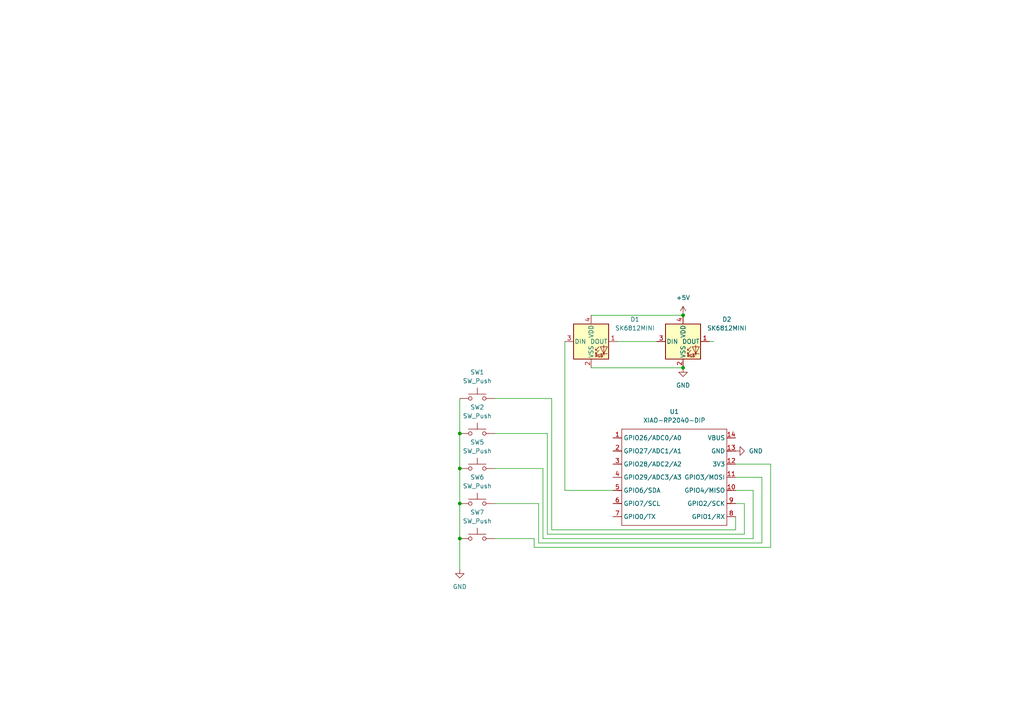
<source format=kicad_sch>
(kicad_sch
	(version 20250114)
	(generator "eeschema")
	(generator_version "9.0")
	(uuid "9fb1fc71-03cd-476e-bd5e-2a1a159ca6b6")
	(paper "A4")
	(lib_symbols
		(symbol "LED:SK6812MINI"
			(pin_names
				(offset 0.254)
			)
			(exclude_from_sim no)
			(in_bom yes)
			(on_board yes)
			(property "Reference" "D"
				(at 5.08 5.715 0)
				(effects
					(font
						(size 1.27 1.27)
					)
					(justify right bottom)
				)
			)
			(property "Value" "SK6812MINI"
				(at 1.27 -5.715 0)
				(effects
					(font
						(size 1.27 1.27)
					)
					(justify left top)
				)
			)
			(property "Footprint" "LED_SMD:LED_SK6812MINI_PLCC4_3.5x3.5mm_P1.75mm"
				(at 1.27 -7.62 0)
				(effects
					(font
						(size 1.27 1.27)
					)
					(justify left top)
					(hide yes)
				)
			)
			(property "Datasheet" "https://cdn-shop.adafruit.com/product-files/2686/SK6812MINI_REV.01-1-2.pdf"
				(at 2.54 -9.525 0)
				(effects
					(font
						(size 1.27 1.27)
					)
					(justify left top)
					(hide yes)
				)
			)
			(property "Description" "RGB LED with integrated controller"
				(at 0 0 0)
				(effects
					(font
						(size 1.27 1.27)
					)
					(hide yes)
				)
			)
			(property "ki_keywords" "RGB LED NeoPixel Mini addressable"
				(at 0 0 0)
				(effects
					(font
						(size 1.27 1.27)
					)
					(hide yes)
				)
			)
			(property "ki_fp_filters" "LED*SK6812MINI*PLCC*3.5x3.5mm*P1.75mm*"
				(at 0 0 0)
				(effects
					(font
						(size 1.27 1.27)
					)
					(hide yes)
				)
			)
			(symbol "SK6812MINI_0_0"
				(text "RGB"
					(at 2.286 -4.191 0)
					(effects
						(font
							(size 0.762 0.762)
						)
					)
				)
			)
			(symbol "SK6812MINI_0_1"
				(polyline
					(pts
						(xy 1.27 -2.54) (xy 1.778 -2.54)
					)
					(stroke
						(width 0)
						(type default)
					)
					(fill
						(type none)
					)
				)
				(polyline
					(pts
						(xy 1.27 -3.556) (xy 1.778 -3.556)
					)
					(stroke
						(width 0)
						(type default)
					)
					(fill
						(type none)
					)
				)
				(polyline
					(pts
						(xy 2.286 -1.524) (xy 1.27 -2.54) (xy 1.27 -2.032)
					)
					(stroke
						(width 0)
						(type default)
					)
					(fill
						(type none)
					)
				)
				(polyline
					(pts
						(xy 2.286 -2.54) (xy 1.27 -3.556) (xy 1.27 -3.048)
					)
					(stroke
						(width 0)
						(type default)
					)
					(fill
						(type none)
					)
				)
				(polyline
					(pts
						(xy 3.683 -1.016) (xy 3.683 -3.556) (xy 3.683 -4.064)
					)
					(stroke
						(width 0)
						(type default)
					)
					(fill
						(type none)
					)
				)
				(polyline
					(pts
						(xy 4.699 -1.524) (xy 2.667 -1.524) (xy 3.683 -3.556) (xy 4.699 -1.524)
					)
					(stroke
						(width 0)
						(type default)
					)
					(fill
						(type none)
					)
				)
				(polyline
					(pts
						(xy 4.699 -3.556) (xy 2.667 -3.556)
					)
					(stroke
						(width 0)
						(type default)
					)
					(fill
						(type none)
					)
				)
				(rectangle
					(start 5.08 5.08)
					(end -5.08 -5.08)
					(stroke
						(width 0.254)
						(type default)
					)
					(fill
						(type background)
					)
				)
			)
			(symbol "SK6812MINI_1_1"
				(pin input line
					(at -7.62 0 0)
					(length 2.54)
					(name "DIN"
						(effects
							(font
								(size 1.27 1.27)
							)
						)
					)
					(number "3"
						(effects
							(font
								(size 1.27 1.27)
							)
						)
					)
				)
				(pin power_in line
					(at 0 7.62 270)
					(length 2.54)
					(name "VDD"
						(effects
							(font
								(size 1.27 1.27)
							)
						)
					)
					(number "4"
						(effects
							(font
								(size 1.27 1.27)
							)
						)
					)
				)
				(pin power_in line
					(at 0 -7.62 90)
					(length 2.54)
					(name "VSS"
						(effects
							(font
								(size 1.27 1.27)
							)
						)
					)
					(number "2"
						(effects
							(font
								(size 1.27 1.27)
							)
						)
					)
				)
				(pin output line
					(at 7.62 0 180)
					(length 2.54)
					(name "DOUT"
						(effects
							(font
								(size 1.27 1.27)
							)
						)
					)
					(number "1"
						(effects
							(font
								(size 1.27 1.27)
							)
						)
					)
				)
			)
			(embedded_fonts no)
		)
		(symbol "MPD:XIAO-RP2040-DIP"
			(exclude_from_sim no)
			(in_bom yes)
			(on_board yes)
			(property "Reference" "U"
				(at 0 0 0)
				(effects
					(font
						(size 1.27 1.27)
					)
				)
			)
			(property "Value" "XIAO-RP2040-DIP"
				(at 5.334 -1.778 0)
				(effects
					(font
						(size 1.27 1.27)
					)
				)
			)
			(property "Footprint" "Module:MOUDLE14P-XIAO-DIP-SMD"
				(at 14.478 -32.258 0)
				(effects
					(font
						(size 1.27 1.27)
					)
					(hide yes)
				)
			)
			(property "Datasheet" ""
				(at 0 0 0)
				(effects
					(font
						(size 1.27 1.27)
					)
					(hide yes)
				)
			)
			(property "Description" ""
				(at 0 0 0)
				(effects
					(font
						(size 1.27 1.27)
					)
					(hide yes)
				)
			)
			(symbol "XIAO-RP2040-DIP_1_0"
				(polyline
					(pts
						(xy -1.27 -2.54) (xy 29.21 -2.54)
					)
					(stroke
						(width 0.1524)
						(type solid)
					)
					(fill
						(type none)
					)
				)
				(polyline
					(pts
						(xy -1.27 -5.08) (xy -2.54 -5.08)
					)
					(stroke
						(width 0.1524)
						(type solid)
					)
					(fill
						(type none)
					)
				)
				(polyline
					(pts
						(xy -1.27 -5.08) (xy -1.27 -2.54)
					)
					(stroke
						(width 0.1524)
						(type solid)
					)
					(fill
						(type none)
					)
				)
				(polyline
					(pts
						(xy -1.27 -8.89) (xy -2.54 -8.89)
					)
					(stroke
						(width 0.1524)
						(type solid)
					)
					(fill
						(type none)
					)
				)
				(polyline
					(pts
						(xy -1.27 -8.89) (xy -1.27 -5.08)
					)
					(stroke
						(width 0.1524)
						(type solid)
					)
					(fill
						(type none)
					)
				)
				(polyline
					(pts
						(xy -1.27 -12.7) (xy -2.54 -12.7)
					)
					(stroke
						(width 0.1524)
						(type solid)
					)
					(fill
						(type none)
					)
				)
				(polyline
					(pts
						(xy -1.27 -12.7) (xy -1.27 -8.89)
					)
					(stroke
						(width 0.1524)
						(type solid)
					)
					(fill
						(type none)
					)
				)
				(polyline
					(pts
						(xy -1.27 -16.51) (xy -2.54 -16.51)
					)
					(stroke
						(width 0.1524)
						(type solid)
					)
					(fill
						(type none)
					)
				)
				(polyline
					(pts
						(xy -1.27 -16.51) (xy -1.27 -12.7)
					)
					(stroke
						(width 0.1524)
						(type solid)
					)
					(fill
						(type none)
					)
				)
				(polyline
					(pts
						(xy -1.27 -20.32) (xy -2.54 -20.32)
					)
					(stroke
						(width 0.1524)
						(type solid)
					)
					(fill
						(type none)
					)
				)
				(polyline
					(pts
						(xy -1.27 -24.13) (xy -2.54 -24.13)
					)
					(stroke
						(width 0.1524)
						(type solid)
					)
					(fill
						(type none)
					)
				)
				(polyline
					(pts
						(xy -1.27 -27.94) (xy -2.54 -27.94)
					)
					(stroke
						(width 0.1524)
						(type solid)
					)
					(fill
						(type none)
					)
				)
				(polyline
					(pts
						(xy -1.27 -30.48) (xy -1.27 -16.51)
					)
					(stroke
						(width 0.1524)
						(type solid)
					)
					(fill
						(type none)
					)
				)
				(polyline
					(pts
						(xy 29.21 -2.54) (xy 29.21 -5.08)
					)
					(stroke
						(width 0.1524)
						(type solid)
					)
					(fill
						(type none)
					)
				)
				(polyline
					(pts
						(xy 29.21 -5.08) (xy 29.21 -8.89)
					)
					(stroke
						(width 0.1524)
						(type solid)
					)
					(fill
						(type none)
					)
				)
				(polyline
					(pts
						(xy 29.21 -8.89) (xy 29.21 -12.7)
					)
					(stroke
						(width 0.1524)
						(type solid)
					)
					(fill
						(type none)
					)
				)
				(polyline
					(pts
						(xy 29.21 -12.7) (xy 29.21 -30.48)
					)
					(stroke
						(width 0.1524)
						(type solid)
					)
					(fill
						(type none)
					)
				)
				(polyline
					(pts
						(xy 29.21 -30.48) (xy -1.27 -30.48)
					)
					(stroke
						(width 0.1524)
						(type solid)
					)
					(fill
						(type none)
					)
				)
				(polyline
					(pts
						(xy 30.48 -5.08) (xy 29.21 -5.08)
					)
					(stroke
						(width 0.1524)
						(type solid)
					)
					(fill
						(type none)
					)
				)
				(polyline
					(pts
						(xy 30.48 -8.89) (xy 29.21 -8.89)
					)
					(stroke
						(width 0.1524)
						(type solid)
					)
					(fill
						(type none)
					)
				)
				(polyline
					(pts
						(xy 30.48 -12.7) (xy 29.21 -12.7)
					)
					(stroke
						(width 0.1524)
						(type solid)
					)
					(fill
						(type none)
					)
				)
				(polyline
					(pts
						(xy 30.48 -16.51) (xy 29.21 -16.51)
					)
					(stroke
						(width 0.1524)
						(type solid)
					)
					(fill
						(type none)
					)
				)
				(polyline
					(pts
						(xy 30.48 -20.32) (xy 29.21 -20.32)
					)
					(stroke
						(width 0.1524)
						(type solid)
					)
					(fill
						(type none)
					)
				)
				(polyline
					(pts
						(xy 30.48 -24.13) (xy 29.21 -24.13)
					)
					(stroke
						(width 0.1524)
						(type solid)
					)
					(fill
						(type none)
					)
				)
				(polyline
					(pts
						(xy 30.48 -27.94) (xy 29.21 -27.94)
					)
					(stroke
						(width 0.1524)
						(type solid)
					)
					(fill
						(type none)
					)
				)
				(pin passive line
					(at -3.81 -5.08 0)
					(length 2.54)
					(name "GPIO26/ADC0/A0"
						(effects
							(font
								(size 1.27 1.27)
							)
						)
					)
					(number "1"
						(effects
							(font
								(size 1.27 1.27)
							)
						)
					)
				)
				(pin passive line
					(at -3.81 -8.89 0)
					(length 2.54)
					(name "GPIO27/ADC1/A1"
						(effects
							(font
								(size 1.27 1.27)
							)
						)
					)
					(number "2"
						(effects
							(font
								(size 1.27 1.27)
							)
						)
					)
				)
				(pin passive line
					(at -3.81 -12.7 0)
					(length 2.54)
					(name "GPIO28/ADC2/A2"
						(effects
							(font
								(size 1.27 1.27)
							)
						)
					)
					(number "3"
						(effects
							(font
								(size 1.27 1.27)
							)
						)
					)
				)
				(pin passive line
					(at -3.81 -16.51 0)
					(length 2.54)
					(name "GPIO29/ADC3/A3"
						(effects
							(font
								(size 1.27 1.27)
							)
						)
					)
					(number "4"
						(effects
							(font
								(size 1.27 1.27)
							)
						)
					)
				)
				(pin passive line
					(at -3.81 -20.32 0)
					(length 2.54)
					(name "GPIO6/SDA"
						(effects
							(font
								(size 1.27 1.27)
							)
						)
					)
					(number "5"
						(effects
							(font
								(size 1.27 1.27)
							)
						)
					)
				)
				(pin passive line
					(at -3.81 -24.13 0)
					(length 2.54)
					(name "GPIO7/SCL"
						(effects
							(font
								(size 1.27 1.27)
							)
						)
					)
					(number "6"
						(effects
							(font
								(size 1.27 1.27)
							)
						)
					)
				)
				(pin passive line
					(at -3.81 -27.94 0)
					(length 2.54)
					(name "GPIO0/TX"
						(effects
							(font
								(size 1.27 1.27)
							)
						)
					)
					(number "7"
						(effects
							(font
								(size 1.27 1.27)
							)
						)
					)
				)
				(pin passive line
					(at 31.75 -5.08 180)
					(length 2.54)
					(name "VBUS"
						(effects
							(font
								(size 1.27 1.27)
							)
						)
					)
					(number "14"
						(effects
							(font
								(size 1.27 1.27)
							)
						)
					)
				)
				(pin passive line
					(at 31.75 -8.89 180)
					(length 2.54)
					(name "GND"
						(effects
							(font
								(size 1.27 1.27)
							)
						)
					)
					(number "13"
						(effects
							(font
								(size 1.27 1.27)
							)
						)
					)
				)
				(pin passive line
					(at 31.75 -12.7 180)
					(length 2.54)
					(name "3V3"
						(effects
							(font
								(size 1.27 1.27)
							)
						)
					)
					(number "12"
						(effects
							(font
								(size 1.27 1.27)
							)
						)
					)
				)
				(pin passive line
					(at 31.75 -16.51 180)
					(length 2.54)
					(name "GPIO3/MOSI"
						(effects
							(font
								(size 1.27 1.27)
							)
						)
					)
					(number "11"
						(effects
							(font
								(size 1.27 1.27)
							)
						)
					)
				)
				(pin passive line
					(at 31.75 -20.32 180)
					(length 2.54)
					(name "GPIO4/MISO"
						(effects
							(font
								(size 1.27 1.27)
							)
						)
					)
					(number "10"
						(effects
							(font
								(size 1.27 1.27)
							)
						)
					)
				)
				(pin passive line
					(at 31.75 -24.13 180)
					(length 2.54)
					(name "GPIO2/SCK"
						(effects
							(font
								(size 1.27 1.27)
							)
						)
					)
					(number "9"
						(effects
							(font
								(size 1.27 1.27)
							)
						)
					)
				)
				(pin passive line
					(at 31.75 -27.94 180)
					(length 2.54)
					(name "GPIO1/RX"
						(effects
							(font
								(size 1.27 1.27)
							)
						)
					)
					(number "8"
						(effects
							(font
								(size 1.27 1.27)
							)
						)
					)
				)
			)
			(embedded_fonts no)
		)
		(symbol "Switch:SW_Push"
			(pin_numbers
				(hide yes)
			)
			(pin_names
				(offset 1.016)
				(hide yes)
			)
			(exclude_from_sim no)
			(in_bom yes)
			(on_board yes)
			(property "Reference" "SW"
				(at 1.27 2.54 0)
				(effects
					(font
						(size 1.27 1.27)
					)
					(justify left)
				)
			)
			(property "Value" "SW_Push"
				(at 0 -1.524 0)
				(effects
					(font
						(size 1.27 1.27)
					)
				)
			)
			(property "Footprint" ""
				(at 0 5.08 0)
				(effects
					(font
						(size 1.27 1.27)
					)
					(hide yes)
				)
			)
			(property "Datasheet" "~"
				(at 0 5.08 0)
				(effects
					(font
						(size 1.27 1.27)
					)
					(hide yes)
				)
			)
			(property "Description" "Push button switch, generic, two pins"
				(at 0 0 0)
				(effects
					(font
						(size 1.27 1.27)
					)
					(hide yes)
				)
			)
			(property "ki_keywords" "switch normally-open pushbutton push-button"
				(at 0 0 0)
				(effects
					(font
						(size 1.27 1.27)
					)
					(hide yes)
				)
			)
			(symbol "SW_Push_0_1"
				(circle
					(center -2.032 0)
					(radius 0.508)
					(stroke
						(width 0)
						(type default)
					)
					(fill
						(type none)
					)
				)
				(polyline
					(pts
						(xy 0 1.27) (xy 0 3.048)
					)
					(stroke
						(width 0)
						(type default)
					)
					(fill
						(type none)
					)
				)
				(circle
					(center 2.032 0)
					(radius 0.508)
					(stroke
						(width 0)
						(type default)
					)
					(fill
						(type none)
					)
				)
				(polyline
					(pts
						(xy 2.54 1.27) (xy -2.54 1.27)
					)
					(stroke
						(width 0)
						(type default)
					)
					(fill
						(type none)
					)
				)
				(pin passive line
					(at -5.08 0 0)
					(length 2.54)
					(name "1"
						(effects
							(font
								(size 1.27 1.27)
							)
						)
					)
					(number "1"
						(effects
							(font
								(size 1.27 1.27)
							)
						)
					)
				)
				(pin passive line
					(at 5.08 0 180)
					(length 2.54)
					(name "2"
						(effects
							(font
								(size 1.27 1.27)
							)
						)
					)
					(number "2"
						(effects
							(font
								(size 1.27 1.27)
							)
						)
					)
				)
			)
			(embedded_fonts no)
		)
		(symbol "power:+5V"
			(power)
			(pin_numbers
				(hide yes)
			)
			(pin_names
				(offset 0)
				(hide yes)
			)
			(exclude_from_sim no)
			(in_bom yes)
			(on_board yes)
			(property "Reference" "#PWR"
				(at 0 -3.81 0)
				(effects
					(font
						(size 1.27 1.27)
					)
					(hide yes)
				)
			)
			(property "Value" "+5V"
				(at 0 3.556 0)
				(effects
					(font
						(size 1.27 1.27)
					)
				)
			)
			(property "Footprint" ""
				(at 0 0 0)
				(effects
					(font
						(size 1.27 1.27)
					)
					(hide yes)
				)
			)
			(property "Datasheet" ""
				(at 0 0 0)
				(effects
					(font
						(size 1.27 1.27)
					)
					(hide yes)
				)
			)
			(property "Description" "Power symbol creates a global label with name \"+5V\""
				(at 0 0 0)
				(effects
					(font
						(size 1.27 1.27)
					)
					(hide yes)
				)
			)
			(property "ki_keywords" "global power"
				(at 0 0 0)
				(effects
					(font
						(size 1.27 1.27)
					)
					(hide yes)
				)
			)
			(symbol "+5V_0_1"
				(polyline
					(pts
						(xy -0.762 1.27) (xy 0 2.54)
					)
					(stroke
						(width 0)
						(type default)
					)
					(fill
						(type none)
					)
				)
				(polyline
					(pts
						(xy 0 2.54) (xy 0.762 1.27)
					)
					(stroke
						(width 0)
						(type default)
					)
					(fill
						(type none)
					)
				)
				(polyline
					(pts
						(xy 0 0) (xy 0 2.54)
					)
					(stroke
						(width 0)
						(type default)
					)
					(fill
						(type none)
					)
				)
			)
			(symbol "+5V_1_1"
				(pin power_in line
					(at 0 0 90)
					(length 0)
					(name "~"
						(effects
							(font
								(size 1.27 1.27)
							)
						)
					)
					(number "1"
						(effects
							(font
								(size 1.27 1.27)
							)
						)
					)
				)
			)
			(embedded_fonts no)
		)
		(symbol "power:GND"
			(power)
			(pin_numbers
				(hide yes)
			)
			(pin_names
				(offset 0)
				(hide yes)
			)
			(exclude_from_sim no)
			(in_bom yes)
			(on_board yes)
			(property "Reference" "#PWR"
				(at 0 -6.35 0)
				(effects
					(font
						(size 1.27 1.27)
					)
					(hide yes)
				)
			)
			(property "Value" "GND"
				(at 0 -3.81 0)
				(effects
					(font
						(size 1.27 1.27)
					)
				)
			)
			(property "Footprint" ""
				(at 0 0 0)
				(effects
					(font
						(size 1.27 1.27)
					)
					(hide yes)
				)
			)
			(property "Datasheet" ""
				(at 0 0 0)
				(effects
					(font
						(size 1.27 1.27)
					)
					(hide yes)
				)
			)
			(property "Description" "Power symbol creates a global label with name \"GND\" , ground"
				(at 0 0 0)
				(effects
					(font
						(size 1.27 1.27)
					)
					(hide yes)
				)
			)
			(property "ki_keywords" "global power"
				(at 0 0 0)
				(effects
					(font
						(size 1.27 1.27)
					)
					(hide yes)
				)
			)
			(symbol "GND_0_1"
				(polyline
					(pts
						(xy 0 0) (xy 0 -1.27) (xy 1.27 -1.27) (xy 0 -2.54) (xy -1.27 -1.27) (xy 0 -1.27)
					)
					(stroke
						(width 0)
						(type default)
					)
					(fill
						(type none)
					)
				)
			)
			(symbol "GND_1_1"
				(pin power_in line
					(at 0 0 270)
					(length 0)
					(name "~"
						(effects
							(font
								(size 1.27 1.27)
							)
						)
					)
					(number "1"
						(effects
							(font
								(size 1.27 1.27)
							)
						)
					)
				)
			)
			(embedded_fonts no)
		)
	)
	(junction
		(at 133.35 125.73)
		(diameter 0)
		(color 0 0 0 0)
		(uuid "168c6c44-98a0-4e7a-abd0-7a38e1191157")
	)
	(junction
		(at 198.12 91.44)
		(diameter 0)
		(color 0 0 0 0)
		(uuid "36190037-6ca3-40e1-bcaa-e0393defd0ea")
	)
	(junction
		(at 198.12 106.68)
		(diameter 0)
		(color 0 0 0 0)
		(uuid "65adbed9-318f-4a1e-948b-bec7fbf41f5d")
	)
	(junction
		(at 133.35 156.21)
		(diameter 0)
		(color 0 0 0 0)
		(uuid "7a192018-6846-4095-81ab-66fe6cadae5d")
	)
	(junction
		(at 133.35 146.05)
		(diameter 0)
		(color 0 0 0 0)
		(uuid "7c166eda-44ed-417b-b1ff-d16bbe83f7d1")
	)
	(junction
		(at 133.35 135.89)
		(diameter 0)
		(color 0 0 0 0)
		(uuid "c68a3513-5edc-4201-87a6-26bf3815ab36")
	)
	(wire
		(pts
			(xy 133.35 115.57) (xy 133.35 125.73)
		)
		(stroke
			(width 0)
			(type default)
		)
		(uuid "09686a45-17eb-456a-b8ca-73dbfbfd1caf")
	)
	(wire
		(pts
			(xy 133.35 146.05) (xy 133.35 156.21)
		)
		(stroke
			(width 0)
			(type default)
		)
		(uuid "0bfd79e9-f579-436b-bdd3-339b4d25d52a")
	)
	(wire
		(pts
			(xy 171.45 91.44) (xy 198.12 91.44)
		)
		(stroke
			(width 0)
			(type default)
		)
		(uuid "118a2def-3575-4719-9f10-28ddc0984eba")
	)
	(wire
		(pts
			(xy 223.52 134.62) (xy 223.52 158.75)
		)
		(stroke
			(width 0)
			(type default)
		)
		(uuid "163a89b5-28fe-46d4-a8cb-5fc621ba5a5f")
	)
	(wire
		(pts
			(xy 223.52 158.75) (xy 154.94 158.75)
		)
		(stroke
			(width 0)
			(type default)
		)
		(uuid "284e781f-ae1d-4cff-ae7a-acded6d9b729")
	)
	(wire
		(pts
			(xy 171.45 106.68) (xy 198.12 106.68)
		)
		(stroke
			(width 0)
			(type default)
		)
		(uuid "30943242-532d-4394-8ccf-8c767f735c39")
	)
	(wire
		(pts
			(xy 215.9 146.05) (xy 215.9 154.94)
		)
		(stroke
			(width 0)
			(type default)
		)
		(uuid "38e84f14-cfee-4d6a-816a-2f2a4d8323ab")
	)
	(wire
		(pts
			(xy 220.98 157.48) (xy 156.21 157.48)
		)
		(stroke
			(width 0)
			(type default)
		)
		(uuid "43b0030c-200d-4dc2-8b79-5775adb2cb9f")
	)
	(wire
		(pts
			(xy 160.02 153.67) (xy 160.02 115.57)
		)
		(stroke
			(width 0)
			(type default)
		)
		(uuid "44253b3e-0de1-4e70-9cb5-25cc27c20290")
	)
	(wire
		(pts
			(xy 157.48 156.21) (xy 157.48 135.89)
		)
		(stroke
			(width 0)
			(type default)
		)
		(uuid "4e974546-bcaa-4ce6-9f33-d228300a5595")
	)
	(wire
		(pts
			(xy 157.48 135.89) (xy 143.51 135.89)
		)
		(stroke
			(width 0)
			(type default)
		)
		(uuid "5e55e4cb-8b48-4c5f-8d08-37879d648831")
	)
	(wire
		(pts
			(xy 213.36 138.43) (xy 220.98 138.43)
		)
		(stroke
			(width 0)
			(type default)
		)
		(uuid "5fe24ce2-5d2a-487c-b558-2ddf7e5f95e5")
	)
	(wire
		(pts
			(xy 163.83 99.06) (xy 163.83 142.24)
		)
		(stroke
			(width 0)
			(type default)
		)
		(uuid "608963d4-cd04-4b2d-98ec-0dd4a99a095e")
	)
	(wire
		(pts
			(xy 156.21 146.05) (xy 143.51 146.05)
		)
		(stroke
			(width 0)
			(type default)
		)
		(uuid "60fc533e-4cef-4741-90f5-096255ca0e4e")
	)
	(wire
		(pts
			(xy 213.36 134.62) (xy 223.52 134.62)
		)
		(stroke
			(width 0)
			(type default)
		)
		(uuid "6208f949-a02f-4f62-a5fd-42bac45b296e")
	)
	(wire
		(pts
			(xy 215.9 154.94) (xy 158.75 154.94)
		)
		(stroke
			(width 0)
			(type default)
		)
		(uuid "665d0909-e345-4d69-9e31-f5d69e16941d")
	)
	(wire
		(pts
			(xy 213.36 146.05) (xy 215.9 146.05)
		)
		(stroke
			(width 0)
			(type default)
		)
		(uuid "809e912f-5a0e-4e13-ac59-8d67ee797ee1")
	)
	(wire
		(pts
			(xy 156.21 157.48) (xy 156.21 146.05)
		)
		(stroke
			(width 0)
			(type default)
		)
		(uuid "85a8916d-fb7c-41a7-b25b-e073e2e52d84")
	)
	(wire
		(pts
			(xy 213.36 153.67) (xy 160.02 153.67)
		)
		(stroke
			(width 0)
			(type default)
		)
		(uuid "95bdb7d8-4e8f-4e52-b691-bd520ec5c823")
	)
	(wire
		(pts
			(xy 220.98 138.43) (xy 220.98 157.48)
		)
		(stroke
			(width 0)
			(type default)
		)
		(uuid "991c5f17-8d1e-4b6c-b78d-716abe366043")
	)
	(wire
		(pts
			(xy 213.36 149.86) (xy 213.36 153.67)
		)
		(stroke
			(width 0)
			(type default)
		)
		(uuid "9afb28c2-78cd-4f98-8c24-020c51ceada8")
	)
	(wire
		(pts
			(xy 160.02 115.57) (xy 143.51 115.57)
		)
		(stroke
			(width 0)
			(type default)
		)
		(uuid "a6052b94-403c-40d4-98c4-f982c3e1b2a9")
	)
	(wire
		(pts
			(xy 218.44 142.24) (xy 218.44 156.21)
		)
		(stroke
			(width 0)
			(type default)
		)
		(uuid "b68007c9-06aa-4dc7-a5fb-1fd61d2b7d70")
	)
	(wire
		(pts
			(xy 205.74 99.06) (xy 207.01 99.06)
		)
		(stroke
			(width 0)
			(type default)
		)
		(uuid "bd3c79c7-790f-49a2-b83b-02b1f11fd19e")
	)
	(wire
		(pts
			(xy 154.94 158.75) (xy 154.94 156.21)
		)
		(stroke
			(width 0)
			(type default)
		)
		(uuid "c03ca3d7-0d20-46c6-adae-f87e04bc835a")
	)
	(wire
		(pts
			(xy 133.35 135.89) (xy 133.35 146.05)
		)
		(stroke
			(width 0)
			(type default)
		)
		(uuid "caa368c4-1d76-41ee-8b0d-b2ef6d6a71bd")
	)
	(wire
		(pts
			(xy 218.44 156.21) (xy 157.48 156.21)
		)
		(stroke
			(width 0)
			(type default)
		)
		(uuid "ce79b6ab-3c7e-4839-b0ca-daf9f4a0896b")
	)
	(wire
		(pts
			(xy 154.94 156.21) (xy 143.51 156.21)
		)
		(stroke
			(width 0)
			(type default)
		)
		(uuid "cef92175-875d-4902-9bcd-5be5319bebb4")
	)
	(wire
		(pts
			(xy 163.83 142.24) (xy 177.8 142.24)
		)
		(stroke
			(width 0)
			(type default)
		)
		(uuid "dbc67f82-71e2-47e7-aeb9-d56098e9d2a7")
	)
	(wire
		(pts
			(xy 158.75 125.73) (xy 143.51 125.73)
		)
		(stroke
			(width 0)
			(type default)
		)
		(uuid "dc379206-fe3f-4dd5-a68c-73b8ee26d5af")
	)
	(wire
		(pts
			(xy 133.35 125.73) (xy 133.35 135.89)
		)
		(stroke
			(width 0)
			(type default)
		)
		(uuid "e591f983-be2c-4937-ad19-f5696519f29c")
	)
	(wire
		(pts
			(xy 133.35 156.21) (xy 133.35 165.1)
		)
		(stroke
			(width 0)
			(type default)
		)
		(uuid "ee10f383-22da-40ea-99ad-1266e2ed1514")
	)
	(wire
		(pts
			(xy 158.75 154.94) (xy 158.75 125.73)
		)
		(stroke
			(width 0)
			(type default)
		)
		(uuid "f14b6019-468d-4697-a0bb-0f4338b1f539")
	)
	(wire
		(pts
			(xy 213.36 142.24) (xy 218.44 142.24)
		)
		(stroke
			(width 0)
			(type default)
		)
		(uuid "f44458b2-88ba-4153-acd1-4eeb7f6cf65f")
	)
	(wire
		(pts
			(xy 179.07 99.06) (xy 190.5 99.06)
		)
		(stroke
			(width 0)
			(type default)
		)
		(uuid "fb28a259-98f3-40b9-9443-ac24ed3775f9")
	)
	(symbol
		(lib_id "Switch:SW_Push")
		(at 138.43 146.05 0)
		(unit 1)
		(exclude_from_sim no)
		(in_bom yes)
		(on_board yes)
		(dnp no)
		(fields_autoplaced yes)
		(uuid "16df79b2-1886-4952-a8c9-effd2bfe0cf7")
		(property "Reference" "SW6"
			(at 138.43 138.43 0)
			(effects
				(font
					(size 1.27 1.27)
				)
			)
		)
		(property "Value" "SW_Push"
			(at 138.43 140.97 0)
			(effects
				(font
					(size 1.27 1.27)
				)
			)
		)
		(property "Footprint" "Button_Switch_Keyboard:SW_Cherry_MX_1.00u_PCB"
			(at 138.43 140.97 0)
			(effects
				(font
					(size 1.27 1.27)
				)
				(hide yes)
			)
		)
		(property "Datasheet" "~"
			(at 138.43 140.97 0)
			(effects
				(font
					(size 1.27 1.27)
				)
				(hide yes)
			)
		)
		(property "Description" "Push button switch, generic, two pins"
			(at 138.43 146.05 0)
			(effects
				(font
					(size 1.27 1.27)
				)
				(hide yes)
			)
		)
		(pin "1"
			(uuid "a3b960dd-d492-4303-800c-e46cb5a4dac4")
		)
		(pin "2"
			(uuid "aba3d3d8-6be0-449c-8de4-641bb123ca48")
		)
		(instances
			(project ""
				(path "/9fb1fc71-03cd-476e-bd5e-2a1a159ca6b6"
					(reference "SW6")
					(unit 1)
				)
			)
		)
	)
	(symbol
		(lib_id "LED:SK6812MINI")
		(at 198.12 99.06 0)
		(unit 1)
		(exclude_from_sim no)
		(in_bom yes)
		(on_board yes)
		(dnp no)
		(fields_autoplaced yes)
		(uuid "3245aaf0-7ce7-457f-8f23-162d18465113")
		(property "Reference" "D2"
			(at 210.82 92.6398 0)
			(effects
				(font
					(size 1.27 1.27)
				)
			)
		)
		(property "Value" "SK6812MINI"
			(at 210.82 95.1798 0)
			(effects
				(font
					(size 1.27 1.27)
				)
			)
		)
		(property "Footprint" "LED_SMD:LED_SK6812MINI_PLCC4_3.5x3.5mm_P1.75mm"
			(at 199.39 106.68 0)
			(effects
				(font
					(size 1.27 1.27)
				)
				(justify left top)
				(hide yes)
			)
		)
		(property "Datasheet" "https://cdn-shop.adafruit.com/product-files/2686/SK6812MINI_REV.01-1-2.pdf"
			(at 200.66 108.585 0)
			(effects
				(font
					(size 1.27 1.27)
				)
				(justify left top)
				(hide yes)
			)
		)
		(property "Description" "RGB LED with integrated controller"
			(at 198.12 99.06 0)
			(effects
				(font
					(size 1.27 1.27)
				)
				(hide yes)
			)
		)
		(pin "3"
			(uuid "976d660b-caf9-49a1-8840-0d3e23888c3c")
		)
		(pin "4"
			(uuid "0bab8853-9902-4d67-a276-0daa8aff8df3")
		)
		(pin "2"
			(uuid "8bddb0bf-74a0-4025-9516-8ddcd9204a6b")
		)
		(pin "1"
			(uuid "77f077a8-35c2-44a8-b0b2-01ec9c3f4f8c")
		)
		(instances
			(project ""
				(path "/9fb1fc71-03cd-476e-bd5e-2a1a159ca6b6"
					(reference "D2")
					(unit 1)
				)
			)
		)
	)
	(symbol
		(lib_id "Switch:SW_Push")
		(at 138.43 115.57 0)
		(mirror y)
		(unit 1)
		(exclude_from_sim no)
		(in_bom yes)
		(on_board yes)
		(dnp no)
		(uuid "54427261-7d43-45fd-a952-1379b9b04e23")
		(property "Reference" "SW1"
			(at 138.43 107.95 0)
			(effects
				(font
					(size 1.27 1.27)
				)
			)
		)
		(property "Value" "SW_Push"
			(at 138.43 110.49 0)
			(effects
				(font
					(size 1.27 1.27)
				)
			)
		)
		(property "Footprint" "Button_Switch_Keyboard:SW_Cherry_MX_1.00u_PCB"
			(at 138.43 110.49 0)
			(effects
				(font
					(size 1.27 1.27)
				)
				(hide yes)
			)
		)
		(property "Datasheet" "~"
			(at 138.43 110.49 0)
			(effects
				(font
					(size 1.27 1.27)
				)
				(hide yes)
			)
		)
		(property "Description" "Push button switch, generic, two pins"
			(at 138.43 115.57 0)
			(effects
				(font
					(size 1.27 1.27)
				)
				(hide yes)
			)
		)
		(pin "1"
			(uuid "06c57275-9497-4286-adf8-1d620f596a17")
		)
		(pin "2"
			(uuid "eec4f86e-d973-4700-aa90-d2675fe600fb")
		)
		(instances
			(project ""
				(path "/9fb1fc71-03cd-476e-bd5e-2a1a159ca6b6"
					(reference "SW1")
					(unit 1)
				)
			)
		)
	)
	(symbol
		(lib_id "MPD:XIAO-RP2040-DIP")
		(at 181.61 121.92 0)
		(unit 1)
		(exclude_from_sim no)
		(in_bom yes)
		(on_board yes)
		(dnp no)
		(fields_autoplaced yes)
		(uuid "5d2b3906-83e3-409d-8331-2facac288fb5")
		(property "Reference" "U1"
			(at 195.58 119.38 0)
			(effects
				(font
					(size 1.27 1.27)
				)
			)
		)
		(property "Value" "XIAO-RP2040-DIP"
			(at 195.58 121.92 0)
			(effects
				(font
					(size 1.27 1.27)
				)
			)
		)
		(property "Footprint" "MPD:XIAO-RP2040-DIP"
			(at 196.088 154.178 0)
			(effects
				(font
					(size 1.27 1.27)
				)
				(hide yes)
			)
		)
		(property "Datasheet" ""
			(at 181.61 121.92 0)
			(effects
				(font
					(size 1.27 1.27)
				)
				(hide yes)
			)
		)
		(property "Description" ""
			(at 181.61 121.92 0)
			(effects
				(font
					(size 1.27 1.27)
				)
				(hide yes)
			)
		)
		(pin "7"
			(uuid "cac2d5f3-f489-4d58-9f5e-076b0bd29494")
		)
		(pin "12"
			(uuid "7023fac8-8704-4c00-a430-e295a4133054")
		)
		(pin "3"
			(uuid "4e0884b2-3040-43c0-bdc0-dacc0afafc5c")
		)
		(pin "5"
			(uuid "52ed829b-1599-4eda-bd08-9fac1fc5c1d1")
		)
		(pin "4"
			(uuid "37523639-0d5a-45ad-a590-2f5b1c47d82e")
		)
		(pin "1"
			(uuid "d44b2262-684d-4f55-b3ce-3a2b9968ea2d")
		)
		(pin "6"
			(uuid "633b44c9-ec0e-4d65-bba8-ebd2c065bfac")
		)
		(pin "2"
			(uuid "0b21b871-dd9e-47e2-ab8e-d197b515dae8")
		)
		(pin "13"
			(uuid "6778a7ec-82ef-4808-8a95-3bd0c49e97ad")
		)
		(pin "14"
			(uuid "7ba2a081-f6d8-4eb2-ba9a-10540b62292f")
		)
		(pin "9"
			(uuid "f437fe59-78c6-4519-8c6e-9e2d7ad6478e")
		)
		(pin "8"
			(uuid "34243f5e-523c-4971-9c4c-f4b0a2610df0")
		)
		(pin "10"
			(uuid "02cb774c-d495-4844-845d-59904de428b9")
		)
		(pin "11"
			(uuid "697517ab-284c-479a-9a38-7c83b0a8f1c8")
		)
		(instances
			(project ""
				(path "/9fb1fc71-03cd-476e-bd5e-2a1a159ca6b6"
					(reference "U1")
					(unit 1)
				)
			)
		)
	)
	(symbol
		(lib_id "Switch:SW_Push")
		(at 138.43 156.21 0)
		(unit 1)
		(exclude_from_sim no)
		(in_bom yes)
		(on_board yes)
		(dnp no)
		(fields_autoplaced yes)
		(uuid "6de978c0-d322-4dac-bf26-26942f4fb30c")
		(property "Reference" "SW7"
			(at 138.43 148.59 0)
			(effects
				(font
					(size 1.27 1.27)
				)
			)
		)
		(property "Value" "SW_Push"
			(at 138.43 151.13 0)
			(effects
				(font
					(size 1.27 1.27)
				)
			)
		)
		(property "Footprint" "Button_Switch_Keyboard:SW_Cherry_MX_1.00u_PCB"
			(at 138.43 151.13 0)
			(effects
				(font
					(size 1.27 1.27)
				)
				(hide yes)
			)
		)
		(property "Datasheet" "~"
			(at 138.43 151.13 0)
			(effects
				(font
					(size 1.27 1.27)
				)
				(hide yes)
			)
		)
		(property "Description" "Push button switch, generic, two pins"
			(at 138.43 156.21 0)
			(effects
				(font
					(size 1.27 1.27)
				)
				(hide yes)
			)
		)
		(pin "2"
			(uuid "6be96b0f-f98f-4177-8e74-c7a2f6662006")
		)
		(pin "1"
			(uuid "1c0228a4-4017-468d-8c08-d191aef2a30e")
		)
		(instances
			(project ""
				(path "/9fb1fc71-03cd-476e-bd5e-2a1a159ca6b6"
					(reference "SW7")
					(unit 1)
				)
			)
		)
	)
	(symbol
		(lib_id "Switch:SW_Push")
		(at 138.43 125.73 0)
		(unit 1)
		(exclude_from_sim no)
		(in_bom yes)
		(on_board yes)
		(dnp no)
		(fields_autoplaced yes)
		(uuid "71b66ae4-5bb4-4f9c-85fe-36c37eb87c87")
		(property "Reference" "SW2"
			(at 138.43 118.11 0)
			(effects
				(font
					(size 1.27 1.27)
				)
			)
		)
		(property "Value" "SW_Push"
			(at 138.43 120.65 0)
			(effects
				(font
					(size 1.27 1.27)
				)
			)
		)
		(property "Footprint" "Button_Switch_Keyboard:SW_Cherry_MX_1.00u_PCB"
			(at 138.43 120.65 0)
			(effects
				(font
					(size 1.27 1.27)
				)
				(hide yes)
			)
		)
		(property "Datasheet" "~"
			(at 138.43 120.65 0)
			(effects
				(font
					(size 1.27 1.27)
				)
				(hide yes)
			)
		)
		(property "Description" "Push button switch, generic, two pins"
			(at 138.43 125.73 0)
			(effects
				(font
					(size 1.27 1.27)
				)
				(hide yes)
			)
		)
		(pin "1"
			(uuid "867715dc-a29f-45ad-a859-c2c82f740559")
		)
		(pin "2"
			(uuid "7a018d1b-f9e3-4e54-a136-6482c61522b0")
		)
		(instances
			(project ""
				(path "/9fb1fc71-03cd-476e-bd5e-2a1a159ca6b6"
					(reference "SW2")
					(unit 1)
				)
			)
		)
	)
	(symbol
		(lib_id "Switch:SW_Push")
		(at 138.43 135.89 0)
		(unit 1)
		(exclude_from_sim no)
		(in_bom yes)
		(on_board yes)
		(dnp no)
		(fields_autoplaced yes)
		(uuid "8e5e6cf0-f0f0-47dd-8654-feed9c579e34")
		(property "Reference" "SW5"
			(at 138.43 128.27 0)
			(effects
				(font
					(size 1.27 1.27)
				)
			)
		)
		(property "Value" "SW_Push"
			(at 138.43 130.81 0)
			(effects
				(font
					(size 1.27 1.27)
				)
			)
		)
		(property "Footprint" "Button_Switch_Keyboard:SW_Cherry_MX_1.00u_PCB"
			(at 138.43 130.81 0)
			(effects
				(font
					(size 1.27 1.27)
				)
				(hide yes)
			)
		)
		(property "Datasheet" "~"
			(at 138.43 130.81 0)
			(effects
				(font
					(size 1.27 1.27)
				)
				(hide yes)
			)
		)
		(property "Description" "Push button switch, generic, two pins"
			(at 138.43 135.89 0)
			(effects
				(font
					(size 1.27 1.27)
				)
				(hide yes)
			)
		)
		(pin "1"
			(uuid "97bd1ffe-0e93-4620-a84a-846e33d3a02f")
		)
		(pin "2"
			(uuid "657f043d-f2a3-4587-bb14-90c604f0d5ce")
		)
		(instances
			(project ""
				(path "/9fb1fc71-03cd-476e-bd5e-2a1a159ca6b6"
					(reference "SW5")
					(unit 1)
				)
			)
		)
	)
	(symbol
		(lib_id "power:GND")
		(at 133.35 165.1 0)
		(unit 1)
		(exclude_from_sim no)
		(in_bom yes)
		(on_board yes)
		(dnp no)
		(fields_autoplaced yes)
		(uuid "97532ae6-e21a-456b-b8cd-0fd371bf5833")
		(property "Reference" "#PWR01"
			(at 133.35 171.45 0)
			(effects
				(font
					(size 1.27 1.27)
				)
				(hide yes)
			)
		)
		(property "Value" "GND"
			(at 133.35 170.18 0)
			(effects
				(font
					(size 1.27 1.27)
				)
			)
		)
		(property "Footprint" ""
			(at 133.35 165.1 0)
			(effects
				(font
					(size 1.27 1.27)
				)
				(hide yes)
			)
		)
		(property "Datasheet" ""
			(at 133.35 165.1 0)
			(effects
				(font
					(size 1.27 1.27)
				)
				(hide yes)
			)
		)
		(property "Description" "Power symbol creates a global label with name \"GND\" , ground"
			(at 133.35 165.1 0)
			(effects
				(font
					(size 1.27 1.27)
				)
				(hide yes)
			)
		)
		(pin "1"
			(uuid "25b87a54-2949-417c-89cb-10f9e87856a1")
		)
		(instances
			(project ""
				(path "/9fb1fc71-03cd-476e-bd5e-2a1a159ca6b6"
					(reference "#PWR01")
					(unit 1)
				)
			)
		)
	)
	(symbol
		(lib_id "power:GND")
		(at 213.36 130.81 90)
		(unit 1)
		(exclude_from_sim no)
		(in_bom yes)
		(on_board yes)
		(dnp no)
		(fields_autoplaced yes)
		(uuid "ac1bd48b-37b7-4eab-bdb8-3c0650f48130")
		(property "Reference" "#PWR02"
			(at 219.71 130.81 0)
			(effects
				(font
					(size 1.27 1.27)
				)
				(hide yes)
			)
		)
		(property "Value" "GND"
			(at 217.17 130.8099 90)
			(effects
				(font
					(size 1.27 1.27)
				)
				(justify right)
			)
		)
		(property "Footprint" ""
			(at 213.36 130.81 0)
			(effects
				(font
					(size 1.27 1.27)
				)
				(hide yes)
			)
		)
		(property "Datasheet" ""
			(at 213.36 130.81 0)
			(effects
				(font
					(size 1.27 1.27)
				)
				(hide yes)
			)
		)
		(property "Description" "Power symbol creates a global label with name \"GND\" , ground"
			(at 213.36 130.81 0)
			(effects
				(font
					(size 1.27 1.27)
				)
				(hide yes)
			)
		)
		(pin "1"
			(uuid "f4d52b3d-b17d-4b6c-b756-e1f0f1619046")
		)
		(instances
			(project ""
				(path "/9fb1fc71-03cd-476e-bd5e-2a1a159ca6b6"
					(reference "#PWR02")
					(unit 1)
				)
			)
		)
	)
	(symbol
		(lib_id "power:GND")
		(at 198.12 106.68 0)
		(unit 1)
		(exclude_from_sim no)
		(in_bom yes)
		(on_board yes)
		(dnp no)
		(fields_autoplaced yes)
		(uuid "b8bb7cb5-27c1-4ce1-9ba6-817125ebc61e")
		(property "Reference" "#PWR03"
			(at 198.12 113.03 0)
			(effects
				(font
					(size 1.27 1.27)
				)
				(hide yes)
			)
		)
		(property "Value" "GND"
			(at 198.12 111.76 0)
			(effects
				(font
					(size 1.27 1.27)
				)
			)
		)
		(property "Footprint" ""
			(at 198.12 106.68 0)
			(effects
				(font
					(size 1.27 1.27)
				)
				(hide yes)
			)
		)
		(property "Datasheet" ""
			(at 198.12 106.68 0)
			(effects
				(font
					(size 1.27 1.27)
				)
				(hide yes)
			)
		)
		(property "Description" "Power symbol creates a global label with name \"GND\" , ground"
			(at 198.12 106.68 0)
			(effects
				(font
					(size 1.27 1.27)
				)
				(hide yes)
			)
		)
		(pin "1"
			(uuid "d9d73ac0-e025-4341-8938-fe346bb3db53")
		)
		(instances
			(project ""
				(path "/9fb1fc71-03cd-476e-bd5e-2a1a159ca6b6"
					(reference "#PWR03")
					(unit 1)
				)
			)
		)
	)
	(symbol
		(lib_id "power:+5V")
		(at 198.12 91.44 0)
		(unit 1)
		(exclude_from_sim no)
		(in_bom yes)
		(on_board yes)
		(dnp no)
		(fields_autoplaced yes)
		(uuid "e7e699e4-c589-4b99-ac96-3b735acab27e")
		(property "Reference" "#PWR04"
			(at 198.12 95.25 0)
			(effects
				(font
					(size 1.27 1.27)
				)
				(hide yes)
			)
		)
		(property "Value" "+5V"
			(at 198.12 86.36 0)
			(effects
				(font
					(size 1.27 1.27)
				)
			)
		)
		(property "Footprint" ""
			(at 198.12 91.44 0)
			(effects
				(font
					(size 1.27 1.27)
				)
				(hide yes)
			)
		)
		(property "Datasheet" ""
			(at 198.12 91.44 0)
			(effects
				(font
					(size 1.27 1.27)
				)
				(hide yes)
			)
		)
		(property "Description" "Power symbol creates a global label with name \"+5V\""
			(at 198.12 91.44 0)
			(effects
				(font
					(size 1.27 1.27)
				)
				(hide yes)
			)
		)
		(pin "1"
			(uuid "de8f1b7e-cf3b-483d-a905-12aa874f8f15")
		)
		(instances
			(project ""
				(path "/9fb1fc71-03cd-476e-bd5e-2a1a159ca6b6"
					(reference "#PWR04")
					(unit 1)
				)
			)
		)
	)
	(symbol
		(lib_id "LED:SK6812MINI")
		(at 171.45 99.06 0)
		(unit 1)
		(exclude_from_sim no)
		(in_bom yes)
		(on_board yes)
		(dnp no)
		(fields_autoplaced yes)
		(uuid "f7359a0e-ee07-40a3-8515-60f181e3c68d")
		(property "Reference" "D1"
			(at 184.15 92.6398 0)
			(effects
				(font
					(size 1.27 1.27)
				)
			)
		)
		(property "Value" "SK6812MINI"
			(at 184.15 95.1798 0)
			(effects
				(font
					(size 1.27 1.27)
				)
			)
		)
		(property "Footprint" "LED_SMD:LED_SK6812MINI_PLCC4_3.5x3.5mm_P1.75mm"
			(at 172.72 106.68 0)
			(effects
				(font
					(size 1.27 1.27)
				)
				(justify left top)
				(hide yes)
			)
		)
		(property "Datasheet" "https://cdn-shop.adafruit.com/product-files/2686/SK6812MINI_REV.01-1-2.pdf"
			(at 173.99 108.585 0)
			(effects
				(font
					(size 1.27 1.27)
				)
				(justify left top)
				(hide yes)
			)
		)
		(property "Description" "RGB LED with integrated controller"
			(at 171.45 99.06 0)
			(effects
				(font
					(size 1.27 1.27)
				)
				(hide yes)
			)
		)
		(pin "4"
			(uuid "080099df-d2b3-40ad-8257-838dbeb0716a")
		)
		(pin "3"
			(uuid "abbeb0a1-109e-4f95-8f66-b6dbb066e502")
		)
		(pin "1"
			(uuid "cf5c2514-350a-4b3a-8d7f-08e7c200b862")
		)
		(pin "2"
			(uuid "d61ebfe4-2330-459a-be58-6bc6f20f3e97")
		)
		(instances
			(project ""
				(path "/9fb1fc71-03cd-476e-bd5e-2a1a159ca6b6"
					(reference "D1")
					(unit 1)
				)
			)
		)
	)
	(sheet_instances
		(path "/"
			(page "1")
		)
	)
	(embedded_fonts no)
)

</source>
